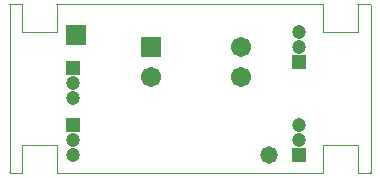
<source format=gbs>
G04*
G04 #@! TF.GenerationSoftware,Altium Limited,Altium Designer,20.0.10 (225)*
G04*
G04 Layer_Color=16711935*
%FSLAX25Y25*%
%MOIN*%
G70*
G01*
G75*
%ADD15C,0.00300*%
%ADD27C,0.04737*%
%ADD28R,0.04737X0.04737*%
%ADD29C,0.06706*%
%ADD30R,0.06706X0.06706*%
%ADD31C,0.05800*%
D15*
X120229Y56102D02*
G03*
X120079Y56252I-150J0D01*
G01*
X120229Y56102D02*
G03*
X120079Y56252I-150J0D01*
G01*
X116142D02*
G03*
X115992Y56102I0J-150D01*
G01*
X116142Y56252D02*
G03*
X115992Y56102I0J-150D01*
G01*
X104481D02*
G03*
X104331Y56252I-150J0D01*
G01*
X104481Y56102D02*
G03*
X104331Y56252I-150J0D01*
G01*
X120079Y-150D02*
G03*
X120229Y0I0J150D01*
G01*
X120079Y-150D02*
G03*
X120229Y0I0J150D01*
G01*
X115992D02*
G03*
X116142Y-150I150J0D01*
G01*
X115992Y0D02*
G03*
X116142Y-150I150J0D01*
G01*
X104331D02*
G03*
X104481Y0I0J150D01*
G01*
X104331Y-150D02*
G03*
X104481Y0I0J150D01*
G01*
X15748Y56252D02*
G03*
X15598Y56102I0J-150D01*
G01*
X15748Y56252D02*
G03*
X15598Y56102I0J-150D01*
G01*
X4087D02*
G03*
X3937Y56252I-150J0D01*
G01*
X4087Y56102D02*
G03*
X3937Y56252I-150J0D01*
G01*
X-0D02*
G03*
X-150Y56102I0J-150D01*
G01*
X-0Y56252D02*
G03*
X-150Y56102I0J-150D01*
G01*
X15598Y-0D02*
G03*
X15748Y-150I150J0D01*
G01*
X15598Y-0D02*
G03*
X15748Y-150I150J0D01*
G01*
X3937D02*
G03*
X4087Y-0I0J150D01*
G01*
X3937Y-150D02*
G03*
X4087Y-0I0J150D01*
G01*
X-150D02*
G03*
X0Y-150I150J0D01*
G01*
X-150Y-0D02*
G03*
X0Y-150I150J0D01*
G01*
X116142Y56252D02*
X120079D01*
X104481Y46902D02*
X115992D01*
X104481D02*
Y56102D01*
X115992Y46902D02*
Y56102D01*
X120229D02*
X120229Y0D01*
X116142Y-150D02*
X120079D01*
X115992Y0D02*
Y9200D01*
X104481Y0D02*
Y9200D01*
X115992D01*
X15748Y56252D02*
X104331Y56252D01*
X15598Y46902D02*
Y56102D01*
X4087Y46902D02*
X15598D01*
X4087D02*
Y56102D01*
X-0Y56252D02*
X3937D01*
X4087Y9200D02*
X15598D01*
Y-0D02*
Y9200D01*
X15748Y-150D02*
X104331Y-150D01*
X4087Y-0D02*
Y9200D01*
X-150Y56102D02*
X-150Y-0D01*
X0Y-150D02*
X3937D01*
D27*
X96500Y16000D02*
D03*
Y11000D02*
D03*
Y46984D02*
D03*
Y41984D02*
D03*
X21000Y6000D02*
D03*
Y11000D02*
D03*
Y25000D02*
D03*
Y30000D02*
D03*
D28*
X96500Y6000D02*
D03*
Y36984D02*
D03*
X21000Y16000D02*
D03*
Y35000D02*
D03*
D29*
X77000Y31996D02*
D03*
Y41996D02*
D03*
X47000Y31996D02*
D03*
D30*
Y41996D02*
D03*
X21984Y46000D02*
D03*
D31*
X86500Y6000D02*
D03*
M02*

</source>
